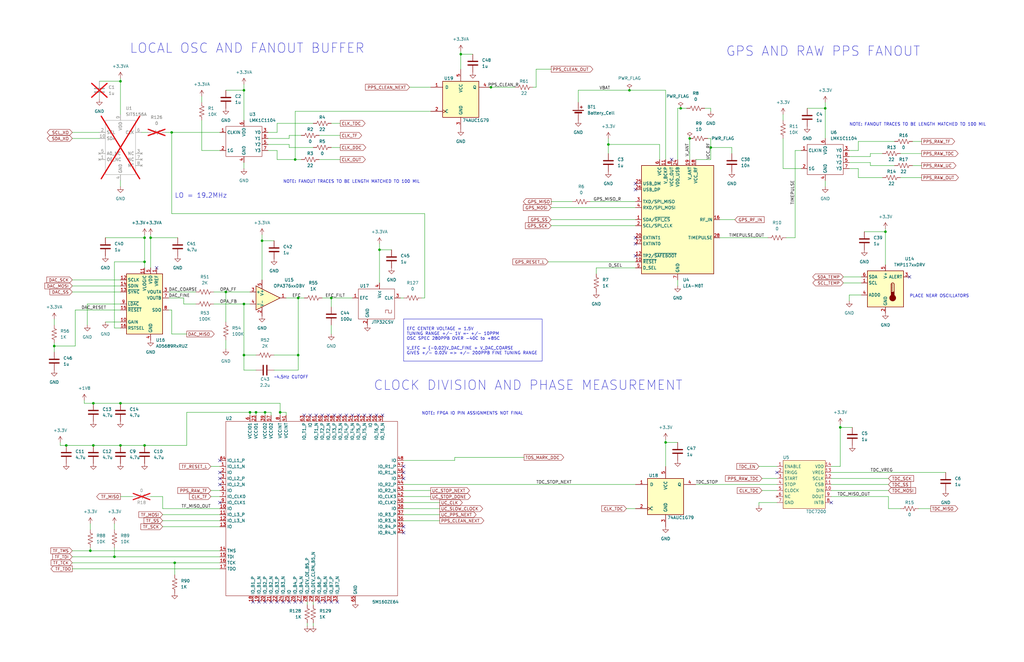
<source format=kicad_sch>
(kicad_sch (version 20230121) (generator eeschema)
  (paper "USLedger")
  (title_block (title "Clocks and GPS") (date "2024-01-31") (rev "0"))
  (junction (at 38.1 232.41))
  (junction (at 95.25 123.19))
  (junction (at 280.67 186.69))
  (junction (at 207.01 36.83))
  (junction (at 290.83 58.42))
  (junction (at 373.38 97.79))
  (junction (at 22.86 146.05))
  (junction (at 265.43 38.1))
  (junction (at 347.98 45.72))
  (junction (at 125.73 125.73))
  (junction (at 354.33 180.34))
  (junction (at 60.96 100.33))
  (junction (at 102.87 149.86))
  (junction (at 256.54 60.96))
  (junction (at 39.37 170.18))
  (junction (at 124.46 67.31))
  (junction (at 60.96 110.49))
  (junction (at 48.26 234.95))
  (junction (at 102.87 38.1))
  (junction (at 139.7 125.73))
  (junction (at 194.31 22.86))
  (junction (at 107.95 173.99))
  (junction (at 50.8 187.96))
  (junction (at 63.5 100.33))
  (junction (at 50.8 34.29))
  (junction (at 105.41 173.99))
  (junction (at 102.87 128.27))
  (junction (at 118.11 173.99))
  (junction (at 72.39 55.88))
  (junction (at 299.72 62.23))
  (junction (at 287.02 45.72))
  (junction (at 27.94 187.96))
  (junction (at 73.66 237.49))
  (junction (at 125.73 149.86))
  (junction (at 111.76 173.99))
  (junction (at 60.96 187.96))
  (junction (at 160.02 105.41))
  (junction (at 39.37 187.96))
  (junction (at 110.49 101.6))
  (junction (at 50.8 170.18))
  (no_connect (at 124.46 254))
  (no_connect (at 116.84 254))
  (no_connect (at 111.76 254))
  (no_connect (at 139.7 254))
  (no_connect (at 267.97 80.01))
  (no_connect (at 267.97 77.47))
  (no_connect (at 133.35 175.26))
  (no_connect (at 170.18 199.39))
  (no_connect (at 130.81 175.26))
  (no_connect (at 161.29 175.26))
  (no_connect (at 170.18 196.85))
  (no_connect (at 92.71 199.39))
  (no_connect (at 151.13 175.26))
  (no_connect (at 383.54 116.84))
  (no_connect (at 127 254))
  (no_connect (at 142.24 254))
  (no_connect (at 170.18 224.79))
  (no_connect (at 146.05 175.26))
  (no_connect (at 350.52 212.09))
  (no_connect (at 92.71 201.93))
  (no_connect (at 119.38 254))
  (no_connect (at 158.75 175.26))
  (no_connect (at 170.18 201.93))
  (no_connect (at 138.43 175.26))
  (no_connect (at 143.51 175.26))
  (no_connect (at 109.22 254))
  (no_connect (at 128.27 175.26))
  (no_connect (at 92.71 204.47))
  (no_connect (at 283.21 67.31))
  (no_connect (at 66.04 113.03))
  (no_connect (at 114.3 254))
  (no_connect (at 92.71 212.09))
  (no_connect (at 327.66 199.39))
  (no_connect (at 92.71 194.31))
  (no_connect (at 106.68 254))
  (no_connect (at 153.67 175.26))
  (no_connect (at 137.16 254))
  (no_connect (at 267.97 107.95))
  (no_connect (at 156.21 175.26))
  (no_connect (at 267.97 102.87))
  (no_connect (at 121.92 254))
  (no_connect (at 267.97 100.33))
  (no_connect (at 170.18 222.25))
  (no_connect (at 134.62 254))
  (no_connect (at 135.89 175.26))
  (no_connect (at 140.97 175.26))
  (no_connect (at 148.59 175.26))
  (wire (pts (xy 114.3 173.99) (xy 111.76 173.99)))
  (wire (pts (xy 160.02 105.41) (xy 160.02 119.38)))
  (wire (pts (xy 50.8 34.29) (xy 50.8 48.26)))
  (wire (pts (xy 194.31 22.86) (xy 194.31 21.59)))
  (wire (pts (xy 278.13 60.96) (xy 278.13 67.31)))
  (wire (pts (xy 327.66 212.09) (xy 320.04 212.09)))
  (wire (pts (xy 320.04 196.85) (xy 327.66 196.85)))
  (wire (pts (xy 377.19 59.69) (xy 361.95 59.69)))
  (wire (pts (xy 35.56 170.18) (xy 39.37 170.18)))
  (wire (pts (xy 170.18 194.31) (xy 191.77 194.31)))
  (wire (pts (xy 38.1 231.14) (xy 38.1 232.41)))
  (wire (pts (xy 331.47 100.33) (xy 335.28 100.33)))
  (wire (pts (xy 111.76 173.99) (xy 107.95 173.99)))
  (wire (pts (xy 111.76 173.99) (xy 111.76 175.26)))
  (wire (pts (xy 90.17 128.27) (xy 102.87 128.27)))
  (wire (pts (xy 374.65 209.55) (xy 374.65 214.63)))
  (wire (pts (xy 251.46 113.03) (xy 251.46 115.57)))
  (wire (pts (xy 30.48 118.11) (xy 50.8 118.11)))
  (wire (pts (xy 30.48 55.88) (xy 41.91 55.88)))
  (wire (pts (xy 170.18 209.55) (xy 181.61 209.55)))
  (wire (pts (xy 44.45 100.33) (xy 60.96 100.33)))
  (wire (pts (xy 320.04 212.09) (xy 320.04 213.36)))
  (wire (pts (xy 107.95 173.99) (xy 107.95 175.26)))
  (wire (pts (xy 191.77 193.04) (xy 220.98 193.04)))
  (wire (pts (xy 48.26 110.49) (xy 60.96 110.49)))
  (wire (pts (xy 30.48 120.65) (xy 50.8 120.65)))
  (wire (pts (xy 293.37 67.31) (xy 299.72 67.31)))
  (wire (pts (xy 63.5 100.33) (xy 63.5 113.03)))
  (wire (pts (xy 85.09 40.64) (xy 85.09 43.18)))
  (wire (pts (xy 39.37 170.18) (xy 50.8 170.18)))
  (wire (pts (xy 121.92 57.15) (xy 121.92 58.42)))
  (wire (pts (xy 118.11 175.26) (xy 118.11 173.99)))
  (wire (pts (xy 350.52 209.55) (xy 374.65 209.55)))
  (wire (pts (xy 264.16 214.63) (xy 267.97 214.63)))
  (wire (pts (xy 102.87 128.27) (xy 105.41 128.27)))
  (wire (pts (xy 372.11 74.93) (xy 361.95 74.93)))
  (wire (pts (xy 134.62 67.31) (xy 143.51 67.31)))
  (wire (pts (xy 232.41 85.09) (xy 241.3 85.09)))
  (wire (pts (xy 321.31 207.01) (xy 327.66 207.01)))
  (wire (pts (xy 102.87 38.1) (xy 102.87 50.8)))
  (wire (pts (xy 256.54 64.77) (xy 256.54 60.96)))
  (wire (pts (xy 132.08 262.89) (xy 132.08 264.16)))
  (wire (pts (xy 36.83 137.16) (xy 36.83 128.27)))
  (wire (pts (xy 39.37 187.96) (xy 50.8 187.96)))
  (wire (pts (xy 95.25 143.51) (xy 95.25 147.32)))
  (wire (pts (xy 205.74 36.83) (xy 207.01 36.83)))
  (wire (pts (xy 30.48 232.41) (xy 38.1 232.41)))
  (wire (pts (xy 290.83 58.42) (xy 290.83 67.31)))
  (wire (pts (xy 358.14 71.12) (xy 361.95 71.12)))
  (wire (pts (xy 232.41 92.71) (xy 267.97 92.71)))
  (wire (pts (xy 135.89 125.73) (xy 139.7 125.73)))
  (wire (pts (xy 139.7 125.73) (xy 139.7 129.54)))
  (wire (pts (xy 50.8 76.2) (xy 50.8 78.74)))
  (wire (pts (xy 367.03 68.58) (xy 358.14 68.58)))
  (wire (pts (xy 48.26 138.43) (xy 48.26 110.49)))
  (wire (pts (xy 38.1 220.98) (xy 38.1 223.52)))
  (wire (pts (xy 280.67 67.31) (xy 280.67 38.1)))
  (wire (pts (xy 59.69 55.88) (xy 62.23 55.88)))
  (wire (pts (xy 267.97 113.03) (xy 251.46 113.03)))
  (wire (pts (xy 179.07 90.17) (xy 72.39 90.17)))
  (wire (pts (xy 31.75 130.81) (xy 31.75 146.05)))
  (wire (pts (xy 139.7 137.16) (xy 139.7 140.97)))
  (wire (pts (xy 160.02 102.87) (xy 160.02 105.41)))
  (wire (pts (xy 27.94 187.96) (xy 39.37 187.96)))
  (wire (pts (xy 77.47 128.27) (xy 82.55 128.27)))
  (wire (pts (xy 48.26 234.95) (xy 92.71 234.95)))
  (wire (pts (xy 88.9 209.55) (xy 92.71 209.55)))
  (wire (pts (xy 256.54 60.96) (xy 278.13 60.96)))
  (wire (pts (xy 55.88 209.55) (xy 50.8 209.55)))
  (wire (pts (xy 232.41 95.25) (xy 267.97 95.25)))
  (wire (pts (xy 92.71 217.17) (xy 68.58 217.17)))
  (wire (pts (xy 280.67 186.69) (xy 285.75 186.69)))
  (wire (pts (xy 280.67 186.69) (xy 280.67 185.42)))
  (wire (pts (xy 374.65 214.63) (xy 379.73 214.63)))
  (wire (pts (xy 22.86 144.78) (xy 22.86 146.05)))
  (wire (pts (xy 102.87 128.27) (xy 102.87 149.86)))
  (wire (pts (xy 69.85 55.88) (xy 72.39 55.88)))
  (wire (pts (xy 88.9 196.85) (xy 92.71 196.85)))
  (wire (pts (xy 129.54 254) (xy 129.54 255.27)))
  (wire (pts (xy 68.58 214.63) (xy 68.58 209.55)))
  (wire (pts (xy 127 57.15) (xy 121.92 57.15)))
  (wire (pts (xy 116.84 55.88) (xy 113.03 55.88)))
  (wire (pts (xy 367.03 66.04) (xy 358.14 66.04)))
  (wire (pts (xy 115.57 156.21) (xy 125.73 156.21)))
  (wire (pts (xy 78.74 187.96) (xy 78.74 173.99)))
  (wire (pts (xy 129.54 262.89) (xy 129.54 264.16)))
  (wire (pts (xy 115.57 101.6) (xy 110.49 101.6)))
  (wire (pts (xy 107.95 156.21) (xy 102.87 156.21)))
  (wire (pts (xy 102.87 149.86) (xy 102.87 156.21)))
  (wire (pts (xy 347.98 43.18) (xy 347.98 45.72)))
  (wire (pts (xy 77.47 125.73) (xy 77.47 128.27)))
  (wire (pts (xy 287.02 45.72) (xy 289.56 45.72)))
  (wire (pts (xy 22.86 134.62) (xy 22.86 137.16)))
  (wire (pts (xy 132.08 254) (xy 132.08 255.27)))
  (wire (pts (xy 226.06 29.21) (xy 226.06 36.83)))
  (wire (pts (xy 308.61 64.77) (xy 308.61 62.23)))
  (wire (pts (xy 50.8 187.96) (xy 60.96 187.96)))
  (wire (pts (xy 102.87 71.12) (xy 102.87 68.58)))
  (wire (pts (xy 373.38 96.52) (xy 373.38 97.79)))
  (wire (pts (xy 118.11 173.99) (xy 120.65 173.99)))
  (wire (pts (xy 25.4 186.69) (xy 25.4 187.96)))
  (wire (pts (xy 41.91 34.29) (xy 50.8 34.29)))
  (wire (pts (xy 207.01 36.83) (xy 217.17 36.83)))
  (wire (pts (xy 335.28 100.33) (xy 335.28 63.5)))
  (wire (pts (xy 88.9 207.01) (xy 92.71 207.01)))
  (wire (pts (xy 177.8 125.73) (xy 179.07 125.73)))
  (wire (pts (xy 50.8 33.02) (xy 50.8 34.29)))
  (wire (pts (xy 372.11 64.77) (xy 367.03 64.77)))
  (wire (pts (xy 354.33 180.34) (xy 359.41 180.34)))
  (wire (pts (xy 323.85 100.33) (xy 303.53 100.33)))
  (wire (pts (xy 71.12 125.73) (xy 77.47 125.73)))
  (wire (pts (xy 30.48 234.95) (xy 48.26 234.95)))
  (wire (pts (xy 118.11 170.18) (xy 118.11 173.99)))
  (wire (pts (xy 30.48 237.49) (xy 73.66 237.49)))
  (wire (pts (xy 285.75 45.72) (xy 285.75 67.31)))
  (wire (pts (xy 120.65 173.99) (xy 120.65 175.26)))
  (wire (pts (xy 71.12 130.81) (xy 72.39 130.81)))
  (wire (pts (xy 170.18 219.71) (xy 185.42 219.71)))
  (wire (pts (xy 95.25 123.19) (xy 105.41 123.19)))
  (wire (pts (xy 113.03 63.5) (xy 116.84 63.5)))
  (wire (pts (xy 354.33 196.85) (xy 354.33 180.34)))
  (wire (pts (xy 50.8 138.43) (xy 48.26 138.43)))
  (wire (pts (xy 85.09 63.5) (xy 92.71 63.5)))
  (wire (pts (xy 168.91 125.73) (xy 170.18 125.73)))
  (wire (pts (xy 285.75 45.72) (xy 287.02 45.72)))
  (wire (pts (xy 377.19 69.85) (xy 367.03 69.85)))
  (wire (pts (xy 48.26 231.14) (xy 48.26 234.95)))
  (wire (pts (xy 280.67 38.1) (xy 265.43 38.1)))
  (wire (pts (xy 114.3 175.26) (xy 114.3 173.99)))
  (wire (pts (xy 297.18 45.72) (xy 299.72 45.72)))
  (wire (pts (xy 248.92 85.09) (xy 267.97 85.09)))
  (wire (pts (xy 73.66 237.49) (xy 92.71 237.49)))
  (wire (pts (xy 110.49 99.06) (xy 110.49 101.6)))
  (wire (pts (xy 285.75 118.11) (xy 285.75 120.65)))
  (wire (pts (xy 116.84 52.07) (xy 116.84 55.88)))
  (wire (pts (xy 355.6 119.38) (xy 363.22 119.38)))
  (wire (pts (xy 72.39 130.81) (xy 72.39 140.97)))
  (wire (pts (xy 350.52 196.85) (xy 354.33 196.85)))
  (wire (pts (xy 170.18 214.63) (xy 185.42 214.63)))
  (wire (pts (xy 127 67.31) (xy 124.46 67.31)))
  (wire (pts (xy 350.52 199.39) (xy 398.78 199.39)))
  (wire (pts (xy 194.31 22.86) (xy 194.31 29.21)))
  (wire (pts (xy 25.4 187.96) (xy 27.94 187.96)))
  (wire (pts (xy 226.06 36.83) (xy 224.79 36.83)))
  (wire (pts (xy 179.07 125.73) (xy 179.07 90.17)))
  (wire (pts (xy 347.98 45.72) (xy 347.98 58.42)))
  (wire (pts (xy 170.18 217.17) (xy 185.42 217.17)))
  (wire (pts (xy 124.46 46.99) (xy 124.46 67.31)))
  (wire (pts (xy 71.12 123.19) (xy 82.55 123.19)))
  (wire (pts (xy 121.92 62.23) (xy 121.92 60.96)))
  (wire (pts (xy 363.22 124.46) (xy 358.14 124.46)))
  (wire (pts (xy 355.6 116.84) (xy 363.22 116.84)))
  (wire (pts (xy 330.2 71.12) (xy 337.82 71.12)))
  (wire (pts (xy 72.39 140.97) (xy 78.74 140.97)))
  (wire (pts (xy 358.14 124.46) (xy 358.14 127)))
  (wire (pts (xy 367.03 64.77) (xy 367.03 66.04)))
  (wire (pts (xy 60.96 113.03) (xy 60.96 110.49)))
  (wire (pts (xy 121.92 58.42) (xy 113.03 58.42)))
  (wire (pts (xy 73.66 237.49) (xy 73.66 242.57)))
  (wire (pts (xy 364.49 97.79) (xy 373.38 97.79)))
  (wire (pts (xy 384.81 69.85) (xy 388.62 69.85)))
  (wire (pts (xy 321.31 201.93) (xy 327.66 201.93)))
  (wire (pts (xy 30.48 58.42) (xy 41.91 58.42)))
  (wire (pts (xy 63.5 99.06) (xy 63.5 100.33)))
  (wire (pts (xy 194.31 22.86) (xy 199.39 22.86)))
  (wire (pts (xy 22.86 146.05) (xy 22.86 148.59)))
  (wire (pts (xy 102.87 35.56) (xy 102.87 38.1)))
  (wire (pts (xy 72.39 55.88) (xy 92.71 55.88)))
  (wire (pts (xy 132.08 52.07) (xy 116.84 52.07)))
  (wire (pts (xy 35.56 168.91) (xy 35.56 170.18)))
  (wire (pts (xy 107.95 173.99) (xy 105.41 173.99)))
  (wire (pts (xy 280.67 186.69) (xy 280.67 196.85)))
  (wire (pts (xy 38.1 232.41) (xy 92.71 232.41)))
  (wire (pts (xy 121.92 60.96) (xy 113.03 60.96)))
  (wire (pts (xy 115.57 149.86) (xy 125.73 149.86)))
  (wire (pts (xy 92.71 219.71) (xy 68.58 219.71)))
  (wire (pts (xy 330.2 58.42) (xy 330.2 71.12)))
  (wire (pts (xy 299.72 62.23) (xy 299.72 67.31)))
  (wire (pts (xy 347.98 76.2) (xy 347.98 78.74)))
  (wire (pts (xy 181.61 46.99) (xy 124.46 46.99)))
  (wire (pts (xy 387.35 214.63) (xy 392.43 214.63)))
  (wire (pts (xy 243.84 38.1) (xy 243.84 43.18)))
  (wire (pts (xy 335.28 63.5) (xy 337.82 63.5)))
  (wire (pts (xy 125.73 149.86) (xy 125.73 125.73)))
  (wire (pts (xy 92.71 214.63) (xy 68.58 214.63)))
  (wire (pts (xy 139.7 62.23) (xy 143.51 62.23)))
  (wire (pts (xy 299.72 45.72) (xy 299.72 46.99)))
  (wire (pts (xy 107.95 149.86) (xy 102.87 149.86)))
  (wire (pts (xy 68.58 209.55) (xy 63.5 209.55)))
  (wire (pts (xy 191.77 194.31) (xy 191.77 193.04)))
  (wire (pts (xy 139.7 52.07) (xy 143.51 52.07)))
  (wire (pts (xy 299.72 58.42) (xy 298.45 58.42)))
  (wire (pts (xy 132.08 62.23) (xy 121.92 62.23)))
  (wire (pts (xy 373.38 97.79) (xy 373.38 111.76)))
  (wire (pts (xy 74.93 100.33) (xy 63.5 100.33)))
  (wire (pts (xy 379.73 64.77) (xy 388.62 64.77)))
  (wire (pts (xy 361.95 63.5) (xy 358.14 63.5)))
  (wire (pts (xy 31.75 146.05) (xy 22.86 146.05)))
  (wire (pts (xy 265.43 38.1) (xy 243.84 38.1)))
  (wire (pts (xy 60.96 187.96) (xy 78.74 187.96)))
  (wire (pts (xy 134.62 57.15) (xy 143.51 57.15)))
  (wire (pts (xy 256.54 58.42) (xy 256.54 60.96)))
  (wire (pts (xy 308.61 62.23) (xy 299.72 62.23)))
  (wire (pts (xy 72.39 55.88) (xy 72.39 90.17)))
  (wire (pts (xy 116.84 67.31) (xy 116.84 63.5)))
  (wire (pts (xy 48.26 220.98) (xy 48.26 223.52)))
  (wire (pts (xy 30.48 240.03) (xy 92.71 240.03)))
  (wire (pts (xy 172.72 36.83) (xy 181.61 36.83)))
  (wire (pts (xy 303.53 92.71) (xy 309.88 92.71)))
  (wire (pts (xy 226.06 29.21) (xy 232.41 29.21)))
  (wire (pts (xy 44.45 135.89) (xy 50.8 135.89)))
  (wire (pts (xy 361.95 74.93) (xy 361.95 71.12)))
  (wire (pts (xy 125.73 125.73) (xy 128.27 125.73)))
  (wire (pts (xy 85.09 50.8) (xy 85.09 63.5)))
  (wire (pts (xy 350.52 204.47) (xy 374.65 204.47)))
  (wire (pts (xy 354.33 180.34) (xy 354.33 179.07)))
  (wire (pts (xy 367.03 69.85) (xy 367.03 68.58)))
  (wire (pts (xy 384.81 59.69) (xy 388.62 59.69)))
  (wire (pts (xy 95.25 38.1) (xy 102.87 38.1)))
  (wire (pts (xy 110.49 101.6) (xy 110.49 118.11)))
  (wire (pts (xy 95.25 135.89) (xy 95.25 123.19)))
  (wire (pts (xy 139.7 125.73) (xy 148.59 125.73)))
  (wire (pts (xy 92.71 222.25) (xy 68.58 222.25)))
  (wire (pts (xy 105.41 173.99) (xy 105.41 175.26)))
  (wire (pts (xy 170.18 207.01) (xy 181.61 207.01)))
  (wire (pts (xy 78.74 173.99) (xy 105.41 173.99)))
  (wire (pts (xy 30.48 123.19) (xy 50.8 123.19)))
  (wire (pts (xy 60.96 110.49) (xy 60.96 100.33)))
  (wire (pts (xy 50.8 170.18) (xy 118.11 170.18)))
  (wire (pts (xy 36.83 128.27) (xy 50.8 128.27)))
  (wire (pts (xy 231.14 110.49) (xy 267.97 110.49)))
  (wire (pts (xy 350.52 207.01) (xy 374.65 207.01)))
  (wire (pts (xy 350.52 201.93) (xy 374.65 201.93)))
  (wire (pts (xy 340.36 45.72) (xy 347.98 45.72)))
  (wire (pts (xy 170.18 204.47) (xy 267.97 204.47)))
  (wire (pts (xy 60.96 99.06) (xy 60.96 100.33)))
  (wire (pts (xy 120.65 125.73) (xy 125.73 125.73)))
  (wire (pts (xy 293.37 204.47) (xy 327.66 204.47)))
  (wire (pts (xy 124.46 67.31) (xy 116.84 67.31)))
  (wire (pts (xy 361.95 59.69) (xy 361.95 63.5)))
  (wire (pts (xy 50.8 130.81) (xy 31.75 130.81)))
  (wire (pts (xy 232.41 87.63) (xy 267.97 87.63)))
  (wire (pts (xy 90.17 123.19) (xy 95.25 123.19)))
  (wire (pts (xy 125.73 156.21) (xy 125.73 149.86)))
  (wire (pts (xy 165.1 105.41) (xy 160.02 105.41)))
  (wire (pts (xy 379.73 74.93) (xy 388.62 74.93)))
  (wire (pts (xy 170.18 212.09) (xy 185.42 212.09)))
  (wire (pts (xy 330.2 48.26) (xy 330.2 50.8)))
  (wire (pts (xy 299.72 58.42) (xy 299.72 62.23)))
  (rectangle (start 170.18 134.62) (end 228.6 152.4))
  (text "LO = 19.2MHz" (at 73.66 83.82 0) (effects (font (size 2 2)) (justify left bottom)))
  (text "NOTE: FANOUT TRACES TO BE LENGTH MATCHED TO 100 MIL" (at 358.14 53.34 0) (effects (font (size 1.27 1.27)) (justify left bottom)))
  (text "GPS AND RAW PPS FANOUT" (at 306.07 24.13 0) (effects (font (size 4 4)) (justify left bottom)))
  (text "NOTE: FPGA IO PIN ASSIGNMENTS NOT FINAL" (at 177.8 175.26 0) (effects (font (size 1.27 1.27)) (justify left bottom)))
  (text "CLOCK DIVISION AND PHASE MEASUREMENT" (at 157.48 165.1 0) (effects (font (size 4 4)) (justify left bottom)))
  (text "LOCAL OSC AND FANOUT BUFFER" (at 54.61 22.86 0) (effects (font (size 4 4)) (justify left bottom)))
  (text "PLACE NEAR OSCILLATORS" (at 383.54 125.73 0) (effects (font (size 1.27 1.27)) (justify left bottom)))
  (text "~4.5Hz CUTOFF" (at 115.57 160.02 0) (effects (font (size 1.27 1.27)) (justify left bottom)))
  (text "EFC CENTER VOLTAGE = 1.5V\nTUNING RANGE +/- 1V =~ +/- 10PPM\nOSC SPEC 280PPB OVER -40C to +85C\n\nV_EFC = (-0.02)V_DAC_FINE + V_DAC_COARSE\nGIVES +/- 0.02V => +/- 200PPB FINE TUNING RANGE\n" (at 171.45 149.86 0) (effects (font (size 1.27 1.27)) (justify left bottom)))
  (text "NOTE: FANOUT TRACES TO BE LENGTH MATCHED TO 100 MIL" (at 119.38 77.47 0) (effects (font (size 1.27 1.27)) (justify left bottom)))
  (label "TDC_STOP_NEXT" (at 226.06 204.47 0))
  (label "TF_MISO_OUT" (at 88.9 214.63 180))
  (label "OPA_FB" (at 92.71 128.27 0))
  (label "TIMEPULSE_OUT" (at 307.34 100.33 0))
  (label "GPS_MISO_R" (at 250.19 85.09 0))
  (label "DAC_FINE" (at 71.12 125.73 0))
  (label "EFC_FILT" (at 137.16 125.73 0))
  (label "TDC_VREG" (at 367.03 199.39 0))
  (label "PPS_CLEAN_R" (at 205.74 36.83 0))
  (label "VBAT" (at 252.73 38.1 0))
  (label "D_SEL" (at 256.54 113.03 0))
  (label "TDC_MISO_OUT" (at 353.06 209.55 0))
  (label "VCC_RF" (at 299.72 67.31 90))
  (label "DAC_RESET" (at 34.29 130.81 0))
  (label "TDC_STOP" (at 293.37 204.47 0))
  (label "EFC" (at 123.19 125.73 0))
  (label "OPA_FF" (at 92.71 123.19 0))
  (label "V_ANT" (at 290.83 66.04 90))
  (label "DAC_COARSE" (at 71.12 123.19 0))
  (label "TIMEPULSE" (at 335.28 86.36 90))
  (global_label "PPS_RAW_OUT" (shape output) (at 388.62 74.93 0) (property "Intersheetrefs" "${INTERSHEET_REFS}" (effects hide)))
  (global_label "TF_MISO" (shape output) (at 50.8 209.55 180) (property "Intersheetrefs" "${INTERSHEET_REFS}" (effects hide)))
  (global_label "SCL_XO" (shape bidirectional) (at 30.48 55.88 180) (property "Intersheetrefs" "${INTERSHEET_REFS}" (effects hide)))
  (global_label "PPS_RAW_UC" (shape output) (at 388.62 69.85 0) (property "Intersheetrefs" "${INTERSHEET_REFS}" (effects hide)))
  (global_label "DAC_SCK" (shape input) (at 30.48 118.11 180) (property "Intersheetrefs" "${INTERSHEET_REFS}" (effects hide)))
  (global_label "CLK_DDC" (shape output) (at 143.51 62.23 0) (property "Intersheetrefs" "${INTERSHEET_REFS}" (effects hide)))
  (global_label "PPS_RAW_TDC" (shape input) (at 321.31 201.93 180) (property "Intersheetrefs" "${INTERSHEET_REFS}" (effects hide)))
  (global_label "GPS_SS" (shape input) (at 232.41 92.71 180) (property "Intersheetrefs" "${INTERSHEET_REFS}" (effects hide)))
  (global_label "TDC_MOSI" (shape input) (at 374.65 207.01 0) (property "Intersheetrefs" "${INTERSHEET_REFS}" (effects hide)))
  (global_label "GPS_MISO" (shape output) (at 232.41 85.09 180) (property "Intersheetrefs" "${INTERSHEET_REFS}" (effects hide)))
  (global_label "TDC_SS" (shape input) (at 374.65 204.47 0) (property "Intersheetrefs" "${INTERSHEET_REFS}" (effects hide)))
  (global_label "TDC_SCK" (shape input) (at 374.65 201.93 0) (property "Intersheetrefs" "${INTERSHEET_REFS}" (effects hide)))
  (global_label "TF_MOSI" (shape input) (at 68.58 217.17 180) (property "Intersheetrefs" "${INTERSHEET_REFS}" (effects hide)))
  (global_label "DAC_MOSI" (shape input) (at 30.48 120.65 180) (property "Intersheetrefs" "${INTERSHEET_REFS}" (effects hide)))
  (global_label "TDC_MISO" (shape output) (at 392.43 214.63 0) (property "Intersheetrefs" "${INTERSHEET_REFS}" (effects hide)))
  (global_label "TF_RESET_L" (shape input) (at 88.9 196.85 180) (property "Intersheetrefs" "${INTERSHEET_REFS}" (effects hide)))
  (global_label "PPS_CLEAN_OUT" (shape output) (at 232.41 29.21 0) (property "Intersheetrefs" "${INTERSHEET_REFS}" (effects hide)))
  (global_label "DAC_MISO" (shape output) (at 78.74 140.97 0) (property "Intersheetrefs" "${INTERSHEET_REFS}" (effects hide)))
  (global_label "SDA_TEMP" (shape bidirectional) (at 355.6 116.84 180) (property "Intersheetrefs" "${INTERSHEET_REFS}" (effects hide)))
  (global_label "CLK_TF" (shape input) (at 88.9 209.55 180) (property "Intersheetrefs" "${INTERSHEET_REFS}" (effects hide)))
  (global_label "TDC_EN" (shape input) (at 320.04 196.85 180) (property "Intersheetrefs" "${INTERSHEET_REFS}" (effects hide)))
  (global_label "SCL_TEMP" (shape bidirectional) (at 355.6 119.38 180) (property "Intersheetrefs" "${INTERSHEET_REFS}" (effects hide)))
  (global_label "PPS_RAW_TF" (shape output) (at 388.62 59.69 0) (property "Intersheetrefs" "${INTERSHEET_REFS}" (effects hide)))
  (global_label "PPS_CLEAN_NEXT" (shape input) (at 172.72 36.83 180) (property "Intersheetrefs" "${INTERSHEET_REFS}" (effects hide)))
  (global_label "SDA_XO" (shape bidirectional) (at 30.48 58.42 180) (property "Intersheetrefs" "${INTERSHEET_REFS}" (effects hide)))
  (global_label "UC_STOP_DONE" (shape output) (at 181.61 209.55 0) (property "Intersheetrefs" "${INTERSHEET_REFS}" (effects hide)))
  (global_label "PPS_RAW_TF" (shape input) (at 88.9 207.01 180) (property "Intersheetrefs" "${INTERSHEET_REFS}" (effects hide)))
  (global_label "TF_TMS" (shape input) (at 30.48 232.41 180) (property "Intersheetrefs" "${INTERSHEET_REFS}" (effects hide)))
  (global_label "UC_STOP_NEXT" (shape output) (at 181.61 207.01 0) (property "Intersheetrefs" "${INTERSHEET_REFS}" (effects hide)))
  (global_label "CLK_TF" (shape output) (at 143.51 57.15 0) (property "Intersheetrefs" "${INTERSHEET_REFS}" (effects hide)))
  (global_label "UC_SLOW_CLOCK" (shape output) (at 185.42 214.63 0) (property "Intersheetrefs" "${INTERSHEET_REFS}" (effects hide)))
  (global_label "TF_SS" (shape input) (at 68.58 219.71 180) (property "Intersheetrefs" "${INTERSHEET_REFS}" (effects hide)))
  (global_label "UC_CLK" (shape output) (at 185.42 212.09 0) (property "Intersheetrefs" "${INTERSHEET_REFS}" (effects hide)))
  (global_label "GPS_RESET_L" (shape input) (at 231.14 110.49 180) (property "Intersheetrefs" "${INTERSHEET_REFS}" (effects hide)))
  (global_label "TF_TDO" (shape output) (at 30.48 240.03 180) (property "Intersheetrefs" "${INTERSHEET_REFS}" (effects hide)))
  (global_label "PPS_RAW_TDC" (shape output) (at 388.62 64.77 0) (property "Intersheetrefs" "${INTERSHEET_REFS}" (effects hide)))
  (global_label "PPS_CLEAN_NEXT" (shape output) (at 185.42 219.71 0) (property "Intersheetrefs" "${INTERSHEET_REFS}" (effects hide)))
  (global_label "CLK_TDC" (shape input) (at 321.31 207.01 180) (property "Intersheetrefs" "${INTERSHEET_REFS}" (effects hide)))
  (global_label "DAC_SS" (shape input) (at 30.48 123.19 180) (property "Intersheetrefs" "${INTERSHEET_REFS}" (effects hide)))
  (global_label "CLK_TDC" (shape input) (at 264.16 214.63 180) (property "Intersheetrefs" "${INTERSHEET_REFS}" (effects hide)))
  (global_label "GPS_MOSI" (shape input) (at 232.41 87.63 180) (property "Intersheetrefs" "${INTERSHEET_REFS}" (effects hide)))
  (global_label "TF_TDI" (shape input) (at 30.48 234.95 180) (property "Intersheetrefs" "${INTERSHEET_REFS}" (effects hide)))
  (global_label "GPS_RF_IN" (shape input) (at 309.88 92.71 0) (property "Intersheetrefs" "${INTERSHEET_REFS}" (effects hide)))
  (global_label "CLK_TDC" (shape output) (at 143.51 52.07 0) (property "Intersheetrefs" "${INTERSHEET_REFS}" (effects hide)))
  (global_label "CLK_OUT" (shape output) (at 143.51 67.31 0) (property "Intersheetrefs" "${INTERSHEET_REFS}" (effects hide)))
  (global_label "UC_PPS_NEXT" (shape output) (at 185.42 217.17 0) (property "Intersheetrefs" "${INTERSHEET_REFS}" (effects hide)))
  (global_label "TOS_MARK_DDC" (shape output) (at 220.98 193.04 0) (property "Intersheetrefs" "${INTERSHEET_REFS}" (effects hide)))
  (global_label "TF_SCK" (shape input) (at 68.58 222.25 180) (property "Intersheetrefs" "${INTERSHEET_REFS}" (effects hide)))
  (global_label "TF_TCK" (shape input) (at 30.48 237.49 180) (property "Intersheetrefs" "${INTERSHEET_REFS}" (effects hide)))
  (global_label "GPS_SCK" (shape input) (at 232.41 95.25 180) (property "Intersheetrefs" "${INTERSHEET_REFS}" (effects hide)))
  (symbol (lib_id "Device:R_US") (at 85.09 46.99 0) (unit 1)
    (property "Reference" "R1" (at 87.63 45.72 0) (effects (justify left)))
    (property "Value" "10K" (at 87.63 48.26 0) (effects (justify left)))
    (property "Footprint" "Resistor_SMD:R_0603_1608Metric_Pad0.98x0.95mm_HandSolder" (effects hide))
  )
  (symbol (lib_id "bgelb_lib:LMK1C1104") (at 102.87 59.69 0) (unit 1)
    (property "Reference" "U3" (at 105.0641 48.26 0) (effects (justify left)))
    (property "Value" "LMK1C1104" (at 105.0641 50.8 0) (effects (justify left)))
    (property "Footprint" "Package_SO:TSSOP-8_4.4x3mm_P0.65mm" (effects hide))
  )
  (symbol (lib_id "power:GND") (at 280.67 222.25 0) (unit 1)
    (property "Reference" "#PWR0115" (effects hide))
    (property "Value" "GND" (at 280.67 227.33 0))
  )
  (symbol (lib_id "power:GND") (at 110.49 133.35 0) (unit 1)
    (property "Reference" "#PWR0107" (effects hide))
    (property "Value" "GND" (at 110.49 138.43 0))
  )
  (symbol (lib_id "Sensor_Temperature:TMP117xxDRV") (at 373.38 121.92 0) (unit 1)
    (property "Reference" "U14" (at 383.54 109.22 0))
    (property "Value" "TMP117xxDRV" (at 383.54 111.76 0))
    (property "Footprint" "Package_SON:WSON-6-1EP_2x2mm_P0.65mm_EP1x1.6mm" (effects hide))
    (property "Datasheet" "https://www.ti.com/lit/ds/symlink/tmp117.pdf" (effects hide))
  )
  (symbol (lib_id "power:GND") (at 44.45 135.89 0) (unit 1)
    (property "Reference" "#PWR099" (effects hide))
    (property "Value" "GND" (at 44.45 140.97 0))
  )
  (symbol (lib_id "power:+3.3V") (at 280.67 185.42 0) (unit 1)
    (property "Reference" "#PWR0116" (effects hide))
    (property "Value" "+3.3V" (at 280.67 180.34 0))
  )
  (symbol (lib_id "Device:R_US") (at 132.08 259.08 0) (unit 1)
    (property "Reference" "R129" (at 134.62 257.81 0) (effects (justify left)))
    (property "Value" "1K" (at 134.62 260.35 0) (effects (justify left)))
    (property "Footprint" "Resistor_SMD:R_0603_1608Metric_Pad0.98x0.95mm_HandSolder" (effects hide))
  )
  (symbol (lib_id "Device:Battery_Cell") (at 243.84 48.26 0) (unit 1)
    (property "Reference" "BT1" (at 247.65 45.1485 0) (effects (justify left)))
    (property "Value" "Battery_Cell" (at 247.65 47.6885 0) (effects (justify left)))
    (property "Footprint" "Battery:Battery_Panasonic_CR1025-VSK_Vertical_CircularHoles" (effects hide))
  )
  (symbol (lib_id "power:GND") (at 74.93 107.95 0) (unit 1)
    (property "Reference" "#PWR0104" (effects hide))
    (property "Value" "GND" (at 74.93 113.03 0))
  )
  (symbol (lib_id "Device:C") (at 359.41 184.15 0) (unit 1)
    (property "Reference" "C5" (at 363.22 182.88 0) (effects (justify left)))
    (property "Value" "1u" (at 363.22 185.42 0) (effects (justify left)))
    (property "Footprint" "Capacitor_SMD:C_0603_1608Metric_Pad1.08x0.95mm_HandSolder" (effects hide))
  )
  (symbol (lib_id "Device:R_US") (at 130.81 57.15 90) (unit 1)
    (property "Reference" "R2" (at 130.81 54.61 90))
    (property "Value" "0" (at 130.81 59.69 90))
    (property "Footprint" "Resistor_SMD:R_0603_1608Metric_Pad0.98x0.95mm_HandSolder" (effects hide))
  )
  (symbol (lib_id "power:GND") (at 50.8 195.58 0) (unit 1)
    (property "Reference" "#PWR035" (effects hide))
    (property "Value" "GND" (effects hide))
  )
  (symbol (lib_id "Device:C") (at 340.36 49.53 0) (unit 1)
    (property "Reference" "C4" (at 344.17 48.26 0) (effects (justify left)))
    (property "Value" "1u" (at 344.17 50.8 0) (effects (justify left)))
    (property "Footprint" "Capacitor_SMD:C_0603_1608Metric_Pad1.08x0.95mm_HandSolder" (effects hide))
  )
  (symbol (lib_id "power:GND") (at 129.54 264.16 0) (unit 1)
    (property "Reference" "#PWR040" (effects hide))
    (property "Value" "GND" (effects hide))
  )
  (symbol (lib_id "74xGxx:74AUC1G79") (at 194.31 41.91 0) (unit 1)
    (property "Reference" "U19" (at 189.23 33.02 0))
    (property "Value" "74AUC1G79" (at 200.66 50.8 0))
    (property "Footprint" "Package_TO_SOT_SMD:SOT-23-5_HandSoldering" (effects hide))
    (property "Datasheet" "http://www.ti.com/lit/sg/scyt129e/scyt129e.pdf" (effects hide))
  )
  (symbol (lib_id "Device:C") (at 165.1 109.22 0) (unit 1)
    (property "Reference" "C45" (at 168.91 107.95 0) (effects (justify left)))
    (property "Value" "1u" (at 168.91 110.49 0) (effects (justify left)))
    (property "Footprint" "Capacitor_SMD:C_0603_1608Metric_Pad1.08x0.95mm_HandSolder" (effects hide))
  )
  (symbol (lib_id "Device:R_US") (at 86.36 123.19 90) (unit 1)
    (property "Reference" "R51" (at 86.36 116.84 90))
    (property "Value" "2K" (at 86.36 119.38 90))
    (property "Footprint" "Resistor_SMD:R_0603_1608Metric_Pad0.98x0.95mm_HandSolder" (effects hide))
  )
  (symbol (lib_id "bgelb_lib:5M160ZE64") (at 130.81 214.63 0) (unit 1)
    (property "Reference" "U2" (at 96.52 176.53 0))
    (property "Value" "5M160ZE64" (at 162.56 254 0))
    (property "Footprint" "bgelb_footprint:EQFP64_A-1P20_D2-4P5_INT" (effects hide))
  )
  (symbol (lib_id "power:GND") (at 27.94 195.58 0) (unit 1)
    (property "Reference" "#PWR036" (effects hide))
    (property "Value" "GND" (effects hide))
  )
  (symbol (lib_id "Device:C") (at 398.78 203.2 0) (unit 1)
    (property "Reference" "C6" (at 402.59 201.93 0) (effects (justify left)))
    (property "Value" "1u" (at 402.59 204.47 0) (effects (justify left)))
    (property "Footprint" "Capacitor_SMD:C_0603_1608Metric_Pad1.08x0.95mm_HandSolder" (effects hide))
  )
  (symbol (lib_id "Device:C") (at 39.37 191.77 0) (unit 1)
    (property "Reference" "C12" (at 43.18 190.5 0) (effects (justify left)))
    (property "Value" "4.7u" (at 43.18 193.04 0) (effects (justify left)))
    (property "Footprint" "Capacitor_SMD:C_0603_1608Metric_Pad1.08x0.95mm_HandSolder" (effects hide))
  )
  (symbol (lib_id "power:+3.3V") (at 256.54 58.42 0) (unit 1)
    (property "Reference" "#PWR010" (effects hide))
    (property "Value" "+3.3V" (at 256.54 53.34 0))
  )
  (symbol (lib_id "power:GND") (at 398.78 207.01 0) (unit 1)
    (property "Reference" "#PWR021" (effects hide))
    (property "Value" "GND" (at 398.78 212.09 0))
  )
  (symbol (lib_id "power:+1V8") (at 35.56 168.91 0) (unit 1)
    (property "Reference" "#PWR041" (effects hide))
    (property "Value" "+1V8" (at 35.56 163.83 0))
  )
  (symbol (lib_id "Device:C") (at 22.86 152.4 0) (unit 1)
    (property "Reference" "C46" (at 26.67 151.13 0) (effects (justify left)))
    (property "Value" "1u" (at 26.67 153.67 0) (effects (justify left)))
    (property "Footprint" "Capacitor_SMD:C_0603_1608Metric_Pad1.08x0.95mm_HandSolder" (effects hide))
  )
  (symbol (lib_id "power:GND") (at 60.96 195.58 0) (unit 1)
    (property "Reference" "#PWR034" (effects hide))
    (property "Value" "GND" (effects hide))
  )
  (symbol (lib_id "power:+3.3VA") (at 160.02 102.87 0) (unit 1)
    (property "Reference" "#PWR0118" (effects hide))
    (property "Value" "+3.3VA" (at 160.02 97.79 0))
  )
  (symbol (lib_id "power:GND") (at 285.75 120.65 0) (unit 1)
    (property "Reference" "#PWR012" (effects hide))
    (property "Value" "GND" (at 285.75 125.73 0))
  )
  (symbol (lib_id "Device:C") (at 256.54 68.58 0) (unit 1)
    (property "Reference" "C3" (at 260.35 67.31 0) (effects (justify left)))
    (property "Value" "1u" (at 260.35 69.85 0) (effects (justify left)))
    (property "Footprint" "Capacitor_SMD:C_0603_1608Metric_Pad1.08x0.95mm_HandSolder" (effects hide))
  )
  (symbol (lib_id "power:+3.3VA") (at 102.87 35.56 0) (unit 1)
    (property "Reference" "#PWR06" (effects hide))
    (property "Value" "+3.3VA" (at 102.87 30.48 0))
  )
  (symbol (lib_id "bgelb_lib:SIT5156A") (at 50.8 60.96 0) (unit 1) (dnp yes)
    (property "Reference" "U1" (at 52.9941 45.72 0) (effects (justify left)))
    (property "Value" "SIT5156A" (at 52.9941 48.26 0) (effects (justify left)))
    (property "Footprint" "bgelb_footprint:CQFN10L_5.000X3.200X0.950_SIT" (effects hide))
  )
  (symbol (lib_id "Amplifier_Operational:OPA376xxDBV") (at 113.03 125.73 0) (unit 1)
    (property "Reference" "U15" (at 121.92 118.11 0))
    (property "Value" "OPA376xxDBV" (at 121.92 120.65 0))
    (property "Footprint" "Package_TO_SOT_SMD:SOT-23-5" (effects hide))
    (property "Datasheet" "http://www.ti.com/lit/ds/symlink/opa376.pdf" (effects hide))
  )
  (symbol (lib_id "Device:C") (at 44.45 104.14 0) (unit 1)
    (property "Reference" "C40" (at 48.26 102.87 0) (effects (justify left)))
    (property "Value" "1u" (at 48.26 105.41 0) (effects (justify left)))
    (property "Footprint" "Capacitor_SMD:C_0603_1608Metric_Pad1.08x0.95mm_HandSolder" (effects hide))
  )
  (symbol (lib_id "power:+3.3VA") (at 85.09 40.64 0) (unit 1)
    (property "Reference" "#PWR04" (effects hide))
    (property "Value" "+3.3VA" (at 85.09 35.56 0))
  )
  (symbol (lib_id "Device:R_US") (at 330.2 54.61 0) (unit 1)
    (property "Reference" "R11" (at 332.74 53.34 0) (effects (justify left)))
    (property "Value" "10K" (at 332.74 55.88 0) (effects (justify left)))
    (property "Footprint" "Resistor_SMD:R_0603_1608Metric_Pad0.98x0.95mm_HandSolder" (effects hide))
  )
  (symbol (lib_id "Device:R_US") (at 173.99 125.73 90) (unit 1)
    (property "Reference" "R127" (at 173.99 119.38 90))
    (property "Value" "0" (at 173.99 121.92 90))
    (property "Footprint" "Resistor_SMD:R_0603_1608Metric_Pad0.98x0.95mm_HandSolder" (effects hide))
  )
  (symbol (lib_id "Device:R_US") (at 95.25 139.7 180) (unit 1)
    (property "Reference" "R54" (at 97.79 138.43 0) (effects (justify right)))
    (property "Value" "100K" (at 97.79 140.97 0) (effects (justify right)))
    (property "Footprint" "Resistor_SMD:R_0603_1608Metric_Pad0.98x0.95mm_HandSolder" (effects hide))
  )
  (symbol (lib_id "power:GND") (at 243.84 50.8 0) (unit 1)
    (property "Reference" "#PWR08" (effects hide))
    (property "Value" "GND" (at 243.84 55.88 0))
  )
  (symbol (lib_id "power:GND") (at 149.86 254 0) (unit 1)
    (property "Reference" "#PWR032" (effects hide))
    (property "Value" "GND" (effects hide))
  )
  (symbol (lib_id "Device:C") (at 95.25 41.91 0) (unit 1)
    (property "Reference" "C2" (at 99.06 40.64 0) (effects (justify left)))
    (property "Value" "1u" (at 99.06 43.18 0) (effects (justify left)))
    (property "Footprint" "Capacitor_SMD:C_0603_1608Metric_Pad1.08x0.95mm_HandSolder" (effects hide))
  )
  (symbol (lib_id "power:GND") (at 39.37 177.8 0) (unit 1)
    (property "Reference" "#PWR039" (effects hide))
    (property "Value" "GND" (effects hide))
  )
  (symbol (lib_id "Device:C") (at 364.49 101.6 0) (unit 1)
    (property "Reference" "C39" (at 368.3 100.33 0) (effects (justify left)))
    (property "Value" "1u" (at 368.3 102.87 0) (effects (justify left)))
    (property "Footprint" "Capacitor_SMD:C_0603_1608Metric_Pad1.08x0.95mm_HandSolder" (effects hide))
  )
  (symbol (lib_id "Device:R_US") (at 293.37 45.72 90) (unit 1)
    (property "Reference" "R8" (at 293.37 39.37 90))
    (property "Value" "0" (at 293.37 41.91 90))
    (property "Footprint" "Resistor_SMD:R_0603_1608Metric_Pad0.98x0.95mm_HandSolder" (effects hide))
  )
  (symbol (lib_id "Device:R_US") (at 375.92 74.93 90) (unit 1)
    (property "Reference" "R14" (at 375.92 72.39 90))
    (property "Value" "22" (at 375.92 77.47 90))
    (property "Footprint" "Resistor_SMD:R_0603_1608Metric_Pad0.98x0.95mm_HandSolder" (effects hide))
  )
  (symbol (lib_id "Device:R_US") (at 130.81 67.31 90) (unit 1)
    (property "Reference" "R3" (at 130.81 64.77 90))
    (property "Value" "22" (at 130.81 69.85 90))
    (property "Footprint" "Resistor_SMD:R_0603_1608Metric_Pad0.98x0.95mm_HandSolder" (effects hide))
  )
  (symbol (lib_id "Device:R_US") (at 86.36 128.27 90) (unit 1)
    (property "Reference" "R53" (at 86.36 132.08 90))
    (property "Value" "100K" (at 86.36 134.62 90))
    (property "Footprint" "Resistor_SMD:R_0603_1608Metric_Pad0.98x0.95mm_HandSolder" (effects hide))
  )
  (symbol (lib_id "power:+3.3VA") (at 194.31 21.59 0) (unit 1)
    (property "Reference" "#PWR0103" (effects hide))
    (property "Value" "+3.3VA" (at 194.31 16.51 0))
  )
  (symbol (lib_id "power:GND") (at 340.36 53.34 0) (unit 1)
    (property "Reference" "#PWR016" (effects hide))
    (property "Value" "GND" (at 340.36 58.42 0))
  )
  (symbol (lib_id "Device:R_US") (at 135.89 52.07 90) (unit 1)
    (property "Reference" "R4" (at 135.89 49.53 90))
    (property "Value" "22" (at 135.89 54.61 90))
    (property "Footprint" "Resistor_SMD:R_0603_1608Metric_Pad0.98x0.95mm_HandSolder" (effects hide))
  )
  (symbol (lib_id "Device:C") (at 50.8 191.77 0) (unit 1)
    (property "Reference" "C9" (at 54.61 190.5 0) (effects (justify left)))
    (property "Value" "4.7u" (at 54.61 193.04 0) (effects (justify left)))
    (property "Footprint" "Capacitor_SMD:C_0603_1608Metric_Pad1.08x0.95mm_HandSolder" (effects hide))
  )
  (symbol (lib_id "power:+3.3VA") (at 22.86 134.62 0) (unit 1)
    (property "Reference" "#PWR0113" (effects hide))
    (property "Value" "+3.3VA" (at 22.86 129.54 0))
  )
  (symbol (lib_id "power:GND") (at 299.72 46.99 0) (unit 1)
    (property "Reference" "#PWR013" (effects hide))
    (property "Value" "GND" (at 299.72 52.07 0))
  )
  (symbol (lib_id "Device:R_US") (at 111.76 149.86 90) (unit 1)
    (property "Reference" "R52" (at 111.76 143.51 90))
    (property "Value" "2K" (at 111.76 146.05 90))
    (property "Footprint" "Resistor_SMD:R_0603_1608Metric_Pad0.98x0.95mm_HandSolder" (effects hide))
  )
  (symbol (lib_id "Device:R_US") (at 251.46 119.38 0) (unit 1)
    (property "Reference" "R7" (at 254 118.11 0) (effects (justify left)))
    (property "Value" "1K" (at 254 120.65 0) (effects (justify left)))
    (property "Footprint" "Resistor_SMD:R_0603_1608Metric_Pad0.98x0.95mm_HandSolder" (effects hide))
  )
  (symbol (lib_id "Device:R_US") (at 294.64 58.42 90) (unit 1)
    (property "Reference" "R9" (at 294.64 52.07 90))
    (property "Value" "10" (at 294.64 54.61 90))
    (property "Footprint" "Resistor_SMD:R_0603_1608Metric_Pad0.98x0.95mm_HandSolder" (effects hide))
  )
  (symbol (lib_id "power:GND") (at 364.49 105.41 0) (unit 1)
    (property "Reference" "#PWR096" (effects hide))
    (property "Value" "GND" (at 364.49 110.49 0))
  )
  (symbol (lib_id "Device:R_US") (at 381 59.69 90) (unit 1)
    (property "Reference" "R16" (at 381 57.15 90))
    (property "Value" "0" (at 381 62.23 90))
    (property "Footprint" "Resistor_SMD:R_0603_1608Metric_Pad0.98x0.95mm_HandSolder" (effects hide))
  )
  (symbol (lib_id "power:GND") (at 50.8 177.8 0) (unit 1)
    (property "Reference" "#PWR038" (effects hide))
    (property "Value" "GND" (effects hide))
  )
  (symbol (lib_id "power:PWR_FLAG") (at 290.83 58.42 0) (unit 1)
    (property "Reference" "#FLG02" (effects hide))
    (property "Value" "PWR_FLAG" (at 304.8 58.42 0))
  )
  (symbol (lib_id "bgelb_lib:JTP32CSV") (at 158.75 128.27 0) (unit 1)
    (property "Reference" "U17" (at 153.67 120.65 0))
    (property "Value" "JTP32CSV" (at 161.29 135.89 0))
    (property "Footprint" "Oscillator:Oscillator_SMD_Abracon_ASE-4Pin_3.2x2.5mm_HandSoldering" (effects hide))
  )
  (symbol (lib_id "Device:C") (at 111.76 156.21 90) (unit 1)
    (property "Reference" "C43" (at 111.76 160.02 90))
    (property "Value" "2.2u" (at 111.76 162.56 90))
    (property "Footprint" "Capacitor_SMD:C_0603_1608Metric_Pad1.08x0.95mm_HandSolder" (effects hide))
  )
  (symbol (lib_id "power:+3.3VA") (at 63.5 99.06 0) (unit 1)
    (property "Reference" "#PWR0106" (effects hide))
    (property "Value" "+3.3VA" (at 64.77 93.98 0))
  )
  (symbol (lib_id "power:+3.3V") (at 60.96 99.06 0) (unit 1)
    (property "Reference" "#PWR0102" (effects hide))
    (property "Value" "+3.3V" (at 58.42 93.98 0))
  )
  (symbol (lib_id "power:GND") (at 165.1 113.03 0) (unit 1)
    (property "Reference" "#PWR0112" (effects hide))
    (property "Value" "GND" (at 165.1 118.11 0))
  )
  (symbol (lib_id "Device:C") (at 199.39 26.67 0) (unit 1)
    (property "Reference" "C48" (at 203.2 25.4 0) (effects (justify left)))
    (property "Value" "1u" (at 203.2 27.94 0) (effects (justify left)))
    (property "Footprint" "Capacitor_SMD:C_0603_1608Metric_Pad1.08x0.95mm_HandSolder" (effects hide))
  )
  (symbol (lib_id "power:GND") (at 285.75 194.31 0) (unit 1)
    (property "Reference" "#PWR0117" (effects hide))
    (property "Value" "GND" (effects hide))
  )
  (symbol (lib_id "power:GND") (at 95.25 147.32 0) (unit 1)
    (property "Reference" "#PWR0108" (effects hide))
    (property "Value" "GND" (at 95.25 152.4 0))
  )
  (symbol (lib_id "power:GND") (at 22.86 156.21 0) (unit 1)
    (property "Reference" "#PWR0114" (effects hide))
    (property "Value" "GND" (at 22.86 161.29 0))
  )
  (symbol (lib_id "Device:C") (at 27.94 191.77 0) (unit 1)
    (property "Reference" "C11" (at 31.75 190.5 0) (effects (justify left)))
    (property "Value" "4.7u" (at 31.75 193.04 0) (effects (justify left)))
    (property "Footprint" "Capacitor_SMD:C_0603_1608Metric_Pad1.08x0.95mm_HandSolder" (effects hide))
  )
  (symbol (lib_id "Device:R_US") (at 48.26 227.33 0) (unit 1)
    (property "Reference" "R89" (at 50.8 226.06 0) (effects (justify left)))
    (property "Value" "10K" (at 50.8 228.6 0) (effects (justify left)))
    (property "Footprint" "Resistor_SMD:R_0603_1608Metric_Pad0.98x0.95mm_HandSolder" (effects hide))
  )
  (symbol (lib_id "bgelb_lib:LMK1C1104") (at 347.98 67.31 0) (unit 1)
    (property "Reference" "U6" (at 350.1741 55.88 0) (effects (justify left)))
    (property "Value" "LMK1C1104" (at 350.1741 58.42 0) (effects (justify left)))
    (property "Footprint" "Package_SO:TSSOP-8_4.4x3mm_P0.65mm" (effects hide))
  )
  (symbol (lib_id "power:GND") (at 50.8 78.74 0) (unit 1)
    (property "Reference" "#PWR03" (effects hide))
    (property "Value" "GND" (at 50.8 83.82 0))
  )
  (symbol (lib_id "Device:R_US") (at 375.92 64.77 90) (unit 1)
    (property "Reference" "R13" (at 375.92 62.23 90))
    (property "Value" "22" (at 375.92 67.31 90))
    (property "Footprint" "Resistor_SMD:R_0603_1608Metric_Pad0.98x0.95mm_HandSolder" (effects hide))
  )
  (symbol (lib_id "power:+3.3V") (at 48.26 220.98 0) (unit 1)
    (property "Reference" "#PWR0150" (effects hide))
    (property "Value" "+3.3V" (at 48.26 215.9 0))
  )
  (symbol (lib_id "power:GND") (at 373.38 132.08 0) (unit 1)
    (property "Reference" "#PWR095" (effects hide))
    (property "Value" "GND" (at 373.38 137.16 0))
  )
  (symbol (lib_id "Device:C") (at 50.8 173.99 0) (unit 1)
    (property "Reference" "C14" (at 54.61 172.72 0) (effects (justify left)))
    (property "Value" "4.7u" (at 54.61 175.26 0) (effects (justify left)))
    (property "Footprint" "Capacitor_SMD:C_0603_1608Metric_Pad1.08x0.95mm_HandSolder" (effects hide))
  )
  (symbol (lib_id "power:GND") (at 44.45 107.95 0) (unit 1)
    (property "Reference" "#PWR0101" (effects hide))
    (property "Value" "GND" (at 44.45 113.03 0))
  )
  (symbol (lib_id "power:GND") (at 194.31 54.61 0) (unit 1)
    (property "Reference" "#PWR0119" (effects hide))
    (property "Value" "GND" (at 194.31 59.69 0))
  )
  (symbol (lib_id "power:PWR_FLAG") (at 265.43 38.1 0) (unit 1)
    (property "Reference" "#FLG04" (effects hide))
    (property "Value" "PWR_FLAG" (at 265.43 33.02 0))
  )
  (symbol (lib_id "Device:R_US") (at 129.54 259.08 0) (unit 1)
    (property "Reference" "R128" (at 121.92 257.81 0) (effects (justify left)))
    (property "Value" "1K" (at 124.46 260.35 0) (effects (justify left)))
    (property "Footprint" "Resistor_SMD:R_0603_1608Metric_Pad0.98x0.95mm_HandSolder" (effects hide))
  )
  (symbol (lib_id "power:PWR_FLAG") (at 287.02 45.72 0) (unit 1)
    (property "Reference" "#FLG01" (effects hide))
    (property "Value" "PWR_FLAG" (at 285.75 40.64 0))
  )
  (symbol (lib_id "power:GND") (at 102.87 71.12 0) (unit 1)
    (property "Reference" "#PWR07" (effects hide))
    (property "Value" "GND" (at 102.87 76.2 0))
  )
  (symbol (lib_id "Analog_DAC:AD5689RxRUZ") (at 60.96 128.27 0) (unit 1)
    (property "Reference" "U16" (at 65.6941 143.51 0) (effects (justify left)))
    (property "Value" "AD5689RxRUZ" (at 65.6941 146.05 0) (effects (justify left)))
    (property "Footprint" "Package_SO:TSSOP-16_4.4x5mm_P0.65mm" (effects hide))
    (property "Datasheet" "https://www.analog.com/media/en/technical-documentation/data-sheets/AD5689R_5687R.pdf" (effects hide))
  )
  (symbol (lib_id "Device:R_US") (at 38.1 227.33 0) (unit 1)
    (property "Reference" "R88" (at 40.64 226.06 0) (effects (justify left)))
    (property "Value" "10K" (at 40.64 228.6 0) (effects (justify left)))
    (property "Footprint" "Resistor_SMD:R_0603_1608Metric_Pad0.98x0.95mm_HandSolder" (effects hide))
  )
  (symbol (lib_id "Device:R_US") (at 22.86 140.97 180) (unit 1)
    (property "Reference" "R56" (at 25.4 139.7 0) (effects (justify right)))
    (property "Value" "1K" (at 25.4 142.24 0) (effects (justify right)))
    (property "Footprint" "Resistor_SMD:R_0603_1608Metric_Pad0.98x0.95mm_HandSolder" (effects hide))
  )
  (symbol (lib_id "power:+3.3V") (at 38.1 220.98 0) (unit 1)
    (property "Reference" "#PWR0149" (effects hide))
    (property "Value" "+3.3V" (at 38.1 215.9 0))
  )
  (symbol (lib_id "power:GND") (at 251.46 123.19 0) (unit 1)
    (property "Reference" "#PWR09" (effects hide))
    (property "Value" "GND" (at 251.46 128.27 0))
  )
  (symbol (lib_id "power:GND") (at 154.94 137.16 0) (unit 1)
    (property "Reference" "#PWR0110" (effects hide))
    (property "Value" "GND" (effects hide))
  )
  (symbol (lib_id "power:+3.3V") (at 373.38 96.52 0) (unit 1)
    (property "Reference" "#PWR097" (effects hide))
    (property "Value" "+3.3V" (at 373.38 91.44 0))
  )
  (symbol (lib_id "power:+3.3VA") (at 110.49 99.06 0) (unit 1)
    (property "Reference" "#PWR0111" (effects hide))
    (property "Value" "+3.3VA" (at 110.49 93.98 0))
  )
  (symbol (lib_id "power:+3.3V") (at 354.33 179.07 0) (unit 1)
    (property "Reference" "#PWR017" (effects hide))
    (property "Value" "+3.3V" (at 354.33 173.99 0))
  )
  (symbol (lib_id "power:GND") (at 115.57 109.22 0) (unit 1)
    (property "Reference" "#PWR0105" (effects hide))
    (property "Value" "GND" (at 115.57 114.3 0))
  )
  (symbol (lib_id "Device:C") (at 60.96 191.77 0) (unit 1)
    (property "Reference" "C10" (at 64.77 190.5 0) (effects (justify left)))
    (property "Value" "4.7u" (at 64.77 193.04 0) (effects (justify left)))
    (property "Footprint" "Capacitor_SMD:C_0603_1608Metric_Pad1.08x0.95mm_HandSolder" (effects hide))
  )
  (symbol (lib_id "RF_GPS:LEA-M8T") (at 285.75 92.71 0) (unit 1)
    (property "Reference" "U4" (at 287.9441 118.11 0) (effects (justify left)))
    (property "Value" "LEA-M8T" (at 287.9441 120.65 0) (effects (justify left)))
    (property "Footprint" "bgelb_footprint:SMT_M8T-0_UBL" (effects hide))
    (property "Datasheet" "https://content.u-blox.com/sites/default/files/documents/NEO-LEA-M8T-FW3_DataSheet_UBX-15025193.pdf" (effects hide))
  )
  (symbol (lib_id "Device:R_US") (at 59.69 209.55 270) (unit 1) (dnp yes)
    (property "Reference" "R18" (at 59.69 212.09 90))
    (property "Value" "0" (at 59.69 207.01 90))
    (property "Footprint" "Resistor_SMD:R_0603_1608Metric_Pad0.98x0.95mm_HandSolder" (effects hide))
  )
  (symbol (lib_id "Device:C") (at 74.93 104.14 0) (unit 1)
    (property "Reference" "C41" (at 78.74 102.87 0) (effects (justify left)))
    (property "Value" "4.7u" (at 78.74 105.41 0) (effects (justify left)))
    (property "Footprint" "Capacitor_SMD:C_0603_1608Metric_Pad1.08x0.95mm_HandSolder" (effects hide))
  )
  (symbol (lib_id "Device:R_US") (at 66.04 55.88 90) (unit 1) (dnp yes)
    (property "Reference" "R126" (at 66.04 49.53 90))
    (property "Value" "0" (at 66.04 52.07 90))
    (property "Footprint" "Resistor_SMD:R_0603_1608Metric_Pad0.98x0.95mm_HandSolder" (effects hide))
  )
  (symbol (lib_id "power:GND") (at 41.91 41.91 0) (unit 1)
    (property "Reference" "#PWR01" (effects hide))
    (property "Value" "GND" (at 41.91 46.99 0))
  )
  (symbol (lib_id "power:GND") (at 320.04 213.36 0) (unit 1)
    (property "Reference" "#PWR014" (effects hide))
    (property "Value" "GND" (effects hide))
  )
  (symbol (lib_id "Device:R_US") (at 135.89 62.23 90) (unit 1)
    (property "Reference" "R5" (at 135.89 59.69 90))
    (property "Value" "0" (at 135.89 64.77 90))
    (property "Footprint" "Resistor_SMD:R_0603_1608Metric_Pad0.98x0.95mm_HandSolder" (effects hide))
  )
  (symbol (lib_id "power:+3.3VA") (at 50.8 33.02 0) (unit 1)
    (property "Reference" "#PWR02" (effects hide))
    (property "Value" "+3.3VA" (at 50.8 27.94 0))
  )
  (symbol (lib_id "power:+3.3V") (at 330.2 48.26 0) (unit 1)
    (property "Reference" "#PWR015" (effects hide))
    (property "Value" "+3.3V" (at 330.2 43.18 0))
  )
  (symbol (lib_id "Device:R_US") (at 73.66 246.38 0) (unit 1)
    (property "Reference" "R90" (at 76.2 245.11 0) (effects (justify left)))
    (property "Value" "1K" (at 76.2 247.65 0) (effects (justify left)))
    (property "Footprint" "Resistor_SMD:R_0603_1608Metric_Pad0.98x0.95mm_HandSolder" (effects hide))
  )
  (symbol (lib_id "Device:R_US") (at 327.66 100.33 90) (unit 1)
    (property "Reference" "R10" (at 327.66 93.98 90))
    (property "Value" "0" (at 327.66 96.52 90))
    (property "Footprint" "Resistor_SMD:R_0603_1608Metric_Pad0.98x0.95mm_HandSolder" (effects hide))
  )
  (symbol (lib_id "Device:R_US") (at 381 69.85 90) (unit 1)
    (property "Reference" "R17" (at 381 67.31 90))
    (property "Value" "22" (at 381 72.39 90))
    (property "Footprint" "Resistor_SMD:R_0603_1608Metric_Pad0.98x0.95mm_HandSolder" (effects hide))
  )
  (symbol (lib_id "power:GND") (at 95.25 45.72 0) (unit 1)
    (property "Reference" "#PWR05" (effects hide))
    (property "Value" "GND" (at 95.25 50.8 0))
  )
  (symbol (lib_id "power:GND") (at 308.61 72.39 0) (unit 1)
    (property "Reference" "#PWR094" (effects hide))
    (property "Value" "GND" (at 308.61 77.47 0))
  )
  (symbol (lib_id "Device:R_US") (at 220.98 36.83 90) (unit 1)
    (property "Reference" "R61" (at 220.98 34.29 90))
    (property "Value" "22" (at 220.98 39.37 90))
    (property "Footprint" "Resistor_SMD:R_0603_1608Metric_Pad0.98x0.95mm_HandSolder" (effects hide))
  )
  (symbol (lib_id "power:GND") (at 358.14 127 0) (unit 1)
    (property "Reference" "#PWR093" (effects hide))
    (property "Value" "GND" (at 358.14 132.08 0))
  )
  (symbol (lib_id "power:GND") (at 199.39 30.48 0) (unit 1)
    (property "Reference" "#PWR0120" (effects hide))
    (property "Value" "GND" (effects hide))
  )
  (symbol (lib_id "power:GND") (at 36.83 137.16 0) (unit 1)
    (property "Reference" "#PWR0100" (effects hide))
    (property "Value" "GND" (at 36.83 142.24 0))
  )
  (symbol (lib_id "Device:C") (at 115.57 105.41 0) (unit 1)
    (property "Reference" "C42" (at 119.38 104.14 0) (effects (justify left)))
    (property "Value" "1u" (at 119.38 106.68 0) (effects (justify left)))
    (property "Footprint" "Capacitor_SMD:C_0603_1608Metric_Pad1.08x0.95mm_HandSolder" (effects hide))
  )
  (symbol (lib_id "74xGxx:74AUC1G79") (at 280.67 209.55 0) (unit 1)
    (property "Reference" "U18" (at 275.59 200.66 0))
    (property "Value" "74AUC1G79" (at 287.02 218.44 0))
    (property "Footprint" "Package_TO_SOT_SMD:SOT-23-5_HandSoldering" (effects hide))
    (property "Datasheet" "http://www.ti.com/lit/sg/scyt129e/scyt129e.pdf" (effects hide))
  )
  (symbol (lib_id "power:+3.3V") (at 25.4 186.69 0) (unit 1)
    (property "Reference" "#PWR033" (effects hide))
    (property "Value" "+3.3V" (at 25.4 181.61 0))
  )
  (symbol (lib_id "Device:R_US") (at 132.08 125.73 90) (unit 1)
    (property "Reference" "R55" (at 132.08 119.38 90))
    (property "Value" "1K" (at 132.08 121.92 90))
    (property "Footprint" "Resistor_SMD:R_0603_1608Metric_Pad0.98x0.95mm_HandSolder" (effects hide))
  )
  (symbol (lib_id "bgelb_lib:TDC7200") (at 339.09 204.47 0) (unit 1)
    (property "Reference" "U5" (at 331.47 193.04 0))
    (property "Value" "TDC7200" (at 344.17 215.9 0))
    (property "Footprint" "Package_SO:TSSOP-14_4.4x5mm_P0.65mm" (effects hide))
  )
  (symbol (lib_id "Device:R_US") (at 383.54 214.63 90) (unit 1)
    (property "Reference" "R15" (at 383.54 212.09 90))
    (property "Value" "0" (at 383.54 217.17 90))
    (property "Footprint" "Resistor_SMD:R_0603_1608Metric_Pad0.98x0.95mm_HandSolder" (effects hide))
  )
  (symbol (lib_id "power:GND") (at 139.7 140.97 0) (unit 1)
    (property "Reference" "#PWR0109" (effects hide))
    (property "Value" "GND" (at 139.7 146.05 0))
  )
  (symbol (lib_id "Device:C") (at 308.61 68.58 0) (unit 1)
    (property "Reference" "C38" (at 312.42 67.31 0) (effects (justify left)))
    (property "Value" "10n" (at 312.42 69.85 0) (effects (justify left)))
    (property "Footprint" "Capacitor_SMD:C_0603_1608Metric_Pad1.08x0.95mm_HandSolder" (effects hide))
  )
  (symbol (lib_id "power:+3.3V") (at 347.98 43.18 0) (unit 1)
    (property "Reference" "#PWR018" (effects hide))
    (property "Value" "+3.3V" (at 347.98 38.1 0))
  )
  (symbol (lib_id "Device:C") (at 39.37 173.99 0) (unit 1)
    (property "Reference" "C13" (at 43.18 172.72 0) (effects (justify left)))
    (property "Value" "4.7u" (at 43.18 175.26 0) (effects (justify left)))
    (property "Footprint" "Capacitor_SMD:C_0603_1608Metric_Pad1.08x0.95mm_HandSolder" (effects hide))
  )
  (symbol (lib_id "power:GND") (at 132.08 264.16 0) (unit 1)
    (property "Reference" "#PWR028" (effects hide))
    (property "Value" "GND" (effects hide))
  )
  (symbol (lib_id "power:GND") (at 63.5 143.51 0) (unit 1)
    (property "Reference" "#PWR098" (effects hide))
    (property "Value" "GND" (at 63.5 148.59 0))
  )
  (symbol (lib_id "power:GND") (at 256.54 72.39 0) (unit 1)
    (property "Reference" "#PWR011" (effects hide))
    (property "Value" "GND" (at 256.54 77.47 0))
  )
  (symbol (lib_id "Device:C") (at 41.91 38.1 0) (unit 1) (dnp yes)
    (property "Reference" "C1" (at 45.72 36.83 0) (effects (justify left)))
    (property "Value" "1u" (at 45.72 39.37 0) (effects (justify left)))
    (property "Footprint" "Capacitor_SMD:C_0603_1608Metric_Pad1.08x0.95mm_HandSolder" (effects hide))
  )
  (symbol (lib_id "power:GND") (at 73.66 250.19 0) (unit 1)
    (property "Reference" "#PWR0148" (effects hide))
    (property "Value" "GND" (effects hide))
  )
  (symbol (lib_id "Device:C") (at 285.75 190.5 0) (unit 1)
    (property "Reference" "C47" (at 289.56 189.23 0) (effects (justify left)))
    (property "Value" "1u" (at 289.56 191.77 0) (effects (justify left)))
    (property "Footprint" "Capacitor_SMD:C_0603_1608Metric_Pad1.08x0.95mm_HandSolder" (effects hide))
  )
  (symbol (lib_id "power:GND") (at 39.37 195.58 0) (unit 1)
    (property "Reference" "#PWR037" (effects hide))
    (property "Value" "GND" (effects hide))
  )
  (symbol (lib_id "Device:C") (at 139.7 133.35 0) (unit 1)
    (property "Reference" "C44" (at 143.51 132.08 0) (effects (justify left)))
    (property "Value" "100u" (at 143.51 134.62 0) (effects (justify left)))
    (property "Footprint" "Capacitor_SMD:C_1206_3216Metric_Pad1.33x1.80mm_HandSolder" (effects hide))
  )
  (symbol (lib_id "Device:R_US") (at 245.11 85.09 90) (unit 1)
    (property "Reference" "R6" (at 245.11 78.74 90))
    (property "Value" "0" (at 245.11 81.28 90))
    (property "Footprint" "Resistor_SMD:R_0603_1608Metric_Pad0.98x0.95mm_HandSolder" (effects hide))
  )
  (symbol (lib_id "power:GND") (at 359.41 187.96 0) (unit 1)
    (property "Reference" "#PWR020" (effects hide))
    (property "Value" "GND" (effects hide))
  )
  (symbol (lib_id "power:GND") (at 347.98 78.74 0) (unit 1)
    (property "Reference" "#PWR019" (effects hide))
    (property "Value" "GND" (at 347.98 83.82 0))
  )
)
</source>
